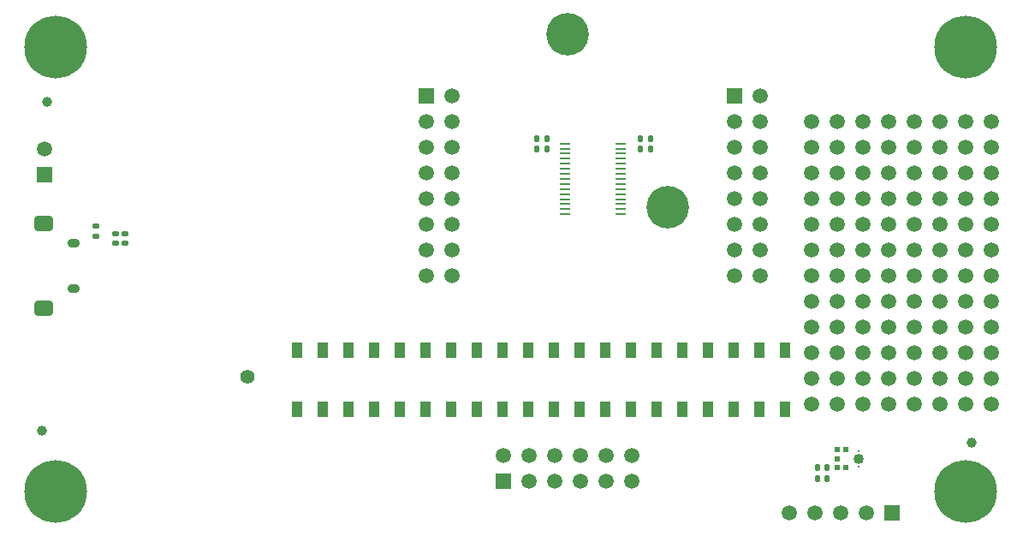
<source format=gbr>
%TF.GenerationSoftware,Altium Limited,Altium Designer,20.1.11 (218)*%
G04 Layer_Color=255*
%FSLAX26Y26*%
%MOIN*%
%TF.SameCoordinates,27E64F16-BD7F-4648-91A1-9AE93EB88D02*%
%TF.FilePolarity,Positive*%
%TF.FileFunction,Pads,Bot*%
%TF.Part,Single*%
G01*
G75*
%TA.AperFunction,SMDPad,CuDef*%
%ADD16C,0.007874*%
G04:AMPARAMS|DCode=18|XSize=25.984mil|YSize=22.835mil|CornerRadius=5.709mil|HoleSize=0mil|Usage=FLASHONLY|Rotation=180.000|XOffset=0mil|YOffset=0mil|HoleType=Round|Shape=RoundedRectangle|*
%AMROUNDEDRECTD18*
21,1,0.025984,0.011417,0,0,180.0*
21,1,0.014567,0.022835,0,0,180.0*
1,1,0.011417,-0.007284,0.005709*
1,1,0.011417,0.007284,0.005709*
1,1,0.011417,0.007284,-0.005709*
1,1,0.011417,-0.007284,-0.005709*
%
%ADD18ROUNDEDRECTD18*%
G04:AMPARAMS|DCode=26|XSize=25.984mil|YSize=22.835mil|CornerRadius=5.709mil|HoleSize=0mil|Usage=FLASHONLY|Rotation=270.000|XOffset=0mil|YOffset=0mil|HoleType=Round|Shape=RoundedRectangle|*
%AMROUNDEDRECTD26*
21,1,0.025984,0.011417,0,0,270.0*
21,1,0.014567,0.022835,0,0,270.0*
1,1,0.011417,-0.005709,-0.007284*
1,1,0.011417,-0.005709,0.007284*
1,1,0.011417,0.005709,0.007284*
1,1,0.011417,0.005709,-0.007284*
%
%ADD26ROUNDEDRECTD26*%
%ADD36C,0.039370*%
%TA.AperFunction,ComponentPad*%
%ADD58C,0.055118*%
%ADD59C,0.059055*%
%ADD60C,0.244095*%
%ADD61R,0.059055X0.059055*%
%ADD62C,0.040000*%
%ADD63C,0.165354*%
G04:AMPARAMS|DCode=64|XSize=74.803mil|YSize=59.055mil|CornerRadius=14.764mil|HoleSize=0mil|Usage=FLASHONLY|Rotation=0.000|XOffset=0mil|YOffset=0mil|HoleType=Round|Shape=RoundedRectangle|*
%AMROUNDEDRECTD64*
21,1,0.074803,0.029527,0,0,0.0*
21,1,0.045276,0.059055,0,0,0.0*
1,1,0.029528,0.022638,-0.014764*
1,1,0.029528,-0.022638,-0.014764*
1,1,0.029528,-0.022638,0.014764*
1,1,0.029528,0.022638,0.014764*
%
%ADD64ROUNDEDRECTD64*%
%ADD65O,0.047244X0.035433*%
%ADD66R,0.059055X0.059055*%
%TA.AperFunction,ConnectorPad*%
%ADD69R,0.039370X0.061417*%
%TA.AperFunction,SMDPad,CuDef*%
G04:AMPARAMS|DCode=70|XSize=9.842mil|YSize=43.307mil|CornerRadius=2.461mil|HoleSize=0mil|Usage=FLASHONLY|Rotation=270.000|XOffset=0mil|YOffset=0mil|HoleType=Round|Shape=RoundedRectangle|*
%AMROUNDEDRECTD70*
21,1,0.009842,0.038386,0,0,270.0*
21,1,0.004921,0.043307,0,0,270.0*
1,1,0.004921,-0.019193,-0.002461*
1,1,0.004921,-0.019193,0.002461*
1,1,0.004921,0.019193,0.002461*
1,1,0.004921,0.019193,-0.002461*
%
%ADD70ROUNDEDRECTD70*%
%ADD71R,0.020551X0.023622*%
D16*
X3282237Y257402D02*
D03*
X3282237Y317402D02*
D03*
D18*
X315000Y1192291D02*
D03*
X426546Y1162992D02*
D03*
X389000Y1163291D02*
D03*
Y1124709D02*
D03*
X426546Y1124410D02*
D03*
X315000Y1153709D02*
D03*
D26*
X3122441Y209646D02*
D03*
Y252348D02*
D03*
X2473445Y1531281D02*
D03*
X2473445Y1493879D02*
D03*
X2030624Y1493845D02*
D03*
X2031608Y1533216D02*
D03*
X2070191D02*
D03*
X2069207Y1493845D02*
D03*
X2434863Y1493879D02*
D03*
X2434863Y1531281D02*
D03*
X3161024Y252348D02*
D03*
Y209646D02*
D03*
D36*
X125000Y1675394D02*
D03*
X102362Y394094D02*
D03*
X3725000Y350394D02*
D03*
D58*
X905512Y605827D02*
D03*
D59*
X3500000Y1500000D02*
D03*
X3600000D02*
D03*
X3700000D02*
D03*
X3500000Y1400000D02*
D03*
X3600000D02*
D03*
X3700000D02*
D03*
X3800000D02*
D03*
X3500000Y1600000D02*
D03*
X3600000D02*
D03*
X3700000D02*
D03*
X3800000D02*
D03*
X2900000Y1100000D02*
D03*
X2800000Y1000000D02*
D03*
X2900000D02*
D03*
X1700000D02*
D03*
X1600000D02*
D03*
X1700000Y1100000D02*
D03*
X3800000Y1300000D02*
D03*
Y900000D02*
D03*
Y500000D02*
D03*
Y700000D02*
D03*
Y1100000D02*
D03*
Y1500000D02*
D03*
X3012598Y74803D02*
D03*
X2300000Y200000D02*
D03*
Y300000D02*
D03*
X114173Y1493701D02*
D03*
X3100000Y600000D02*
D03*
Y800000D02*
D03*
Y1600000D02*
D03*
X2400000Y200000D02*
D03*
Y300000D02*
D03*
X2200000D02*
D03*
Y200000D02*
D03*
X2000000Y300000D02*
D03*
X2100000D02*
D03*
X2000000Y200000D02*
D03*
X2100000D02*
D03*
X1900000Y300000D02*
D03*
X3212598Y74803D02*
D03*
X3312598D02*
D03*
X3112598D02*
D03*
X3300000Y1600000D02*
D03*
X3400000D02*
D03*
X3200000D02*
D03*
X3300000Y1500000D02*
D03*
X3400000D02*
D03*
X3100000D02*
D03*
X3200000D02*
D03*
X3100000Y1200000D02*
D03*
Y1100000D02*
D03*
X3200000Y1200000D02*
D03*
Y1100000D02*
D03*
X3300000Y1200000D02*
D03*
Y1100000D02*
D03*
X3400000Y1200000D02*
D03*
Y1100000D02*
D03*
X3500000Y1200000D02*
D03*
Y1100000D02*
D03*
X3600000Y1200000D02*
D03*
Y1100000D02*
D03*
X3700000Y1200000D02*
D03*
Y1100000D02*
D03*
X3800000Y1200000D02*
D03*
X3100000Y700000D02*
D03*
X3200000Y800000D02*
D03*
Y700000D02*
D03*
X3300000Y800000D02*
D03*
Y700000D02*
D03*
X3400000Y800000D02*
D03*
Y700000D02*
D03*
X3500000Y800000D02*
D03*
Y700000D02*
D03*
X3600000Y800000D02*
D03*
Y700000D02*
D03*
X3700000Y800000D02*
D03*
Y700000D02*
D03*
X3800000Y800000D02*
D03*
X3100000Y500000D02*
D03*
X3200000Y600000D02*
D03*
Y500000D02*
D03*
X3300000Y600000D02*
D03*
Y500000D02*
D03*
X3400000Y600000D02*
D03*
Y500000D02*
D03*
X3500000Y600000D02*
D03*
Y500000D02*
D03*
X3600000Y600000D02*
D03*
Y500000D02*
D03*
X3700000Y600000D02*
D03*
Y500000D02*
D03*
X3800000Y600000D02*
D03*
X3100000Y1000000D02*
D03*
Y900000D02*
D03*
X3200000Y1000000D02*
D03*
Y900000D02*
D03*
X3300000Y1000000D02*
D03*
Y900000D02*
D03*
X3400000Y1000000D02*
D03*
Y900000D02*
D03*
X3500000Y1000000D02*
D03*
Y900000D02*
D03*
X3600000Y1000000D02*
D03*
Y900000D02*
D03*
X3700000Y1000000D02*
D03*
Y900000D02*
D03*
X3800000Y1000000D02*
D03*
X3100000Y1400000D02*
D03*
Y1300000D02*
D03*
X3200000Y1400000D02*
D03*
Y1300000D02*
D03*
X3300000Y1400000D02*
D03*
Y1300000D02*
D03*
X3400000Y1400000D02*
D03*
Y1300000D02*
D03*
X3500000D02*
D03*
X3600000D02*
D03*
X3700000D02*
D03*
X1700000Y1700000D02*
D03*
X1600000Y1600000D02*
D03*
X1700000D02*
D03*
X1600000Y1500000D02*
D03*
X1700000D02*
D03*
X1600000Y1400000D02*
D03*
X1700000D02*
D03*
X1600000Y1300000D02*
D03*
X1700000D02*
D03*
X1600000Y1200000D02*
D03*
X1700000D02*
D03*
X1600000Y1100000D02*
D03*
X2800000D02*
D03*
X2900000Y1200000D02*
D03*
X2800000D02*
D03*
X2900000Y1300000D02*
D03*
X2800000D02*
D03*
X2900000Y1400000D02*
D03*
X2800000D02*
D03*
X2900000Y1500000D02*
D03*
X2800000D02*
D03*
X2900000Y1600000D02*
D03*
X2800000D02*
D03*
X2900000Y1700000D02*
D03*
D60*
X157480Y1889764D02*
D03*
X3700787Y157480D02*
D03*
Y1889764D02*
D03*
X157480Y157480D02*
D03*
D61*
X114173Y1393701D02*
D03*
X1600000Y1700000D02*
D03*
X2800000D02*
D03*
D62*
X3282237Y287402D02*
D03*
D63*
X2539134Y1264331D02*
D03*
X2149134Y1939331D02*
D03*
D64*
X110236Y873031D02*
D03*
Y1201772D02*
D03*
D65*
X228346Y949803D02*
D03*
Y1125000D02*
D03*
D66*
X1900000Y200000D02*
D03*
X3412598Y74803D02*
D03*
D69*
X2997244Y707992D02*
D03*
X2897244D02*
D03*
X2797244D02*
D03*
X2697244D02*
D03*
X2597244D02*
D03*
X2497244D02*
D03*
X2397244D02*
D03*
X2297244D02*
D03*
X2197244D02*
D03*
X2097244D02*
D03*
X1997244D02*
D03*
X1897244D02*
D03*
X1797244D02*
D03*
X1697244D02*
D03*
X1597244D02*
D03*
X1497244D02*
D03*
X1397244D02*
D03*
X1297244D02*
D03*
X1197244D02*
D03*
X1097244D02*
D03*
X2997244Y479252D02*
D03*
X2897244D02*
D03*
X2797244D02*
D03*
X2697244D02*
D03*
X2597244D02*
D03*
X2497244D02*
D03*
X2397244D02*
D03*
X2297244D02*
D03*
X2197244D02*
D03*
X2097244D02*
D03*
X1997244D02*
D03*
X1897244D02*
D03*
X1797244D02*
D03*
X1697244D02*
D03*
X1597244D02*
D03*
X1497244D02*
D03*
X1397244D02*
D03*
X1297244D02*
D03*
X1197244D02*
D03*
X1097244D02*
D03*
D70*
X2141536Y1375867D02*
D03*
Y1415237D02*
D03*
Y1356181D02*
D03*
Y1395551D02*
D03*
X2358464Y1336497D02*
D03*
X2141536Y1277441D02*
D03*
X2358464Y1257757D02*
D03*
X2141536D02*
D03*
X2358464Y1238071D02*
D03*
X2141536D02*
D03*
X2358464Y1277441D02*
D03*
X2141536Y1336497D02*
D03*
X2358464Y1356181D02*
D03*
Y1375867D02*
D03*
Y1395551D02*
D03*
Y1415237D02*
D03*
X2141536Y1434921D02*
D03*
X2358464D02*
D03*
X2141536Y1454607D02*
D03*
X2358464D02*
D03*
X2141536Y1474291D02*
D03*
X2358464D02*
D03*
X2141536Y1493977D02*
D03*
X2358464D02*
D03*
Y1513661D02*
D03*
X2141536D02*
D03*
X2358464Y1316811D02*
D03*
Y1297127D02*
D03*
X2141536Y1316811D02*
D03*
Y1297127D02*
D03*
D71*
X3232946Y322835D02*
D03*
X3200583D02*
D03*
Y251969D02*
D03*
X3232946D02*
D03*
X3200583Y287402D02*
D03*
%TF.MD5,3a1feb5a1a38deb1dad07d2d02d46a06*%
M02*

</source>
